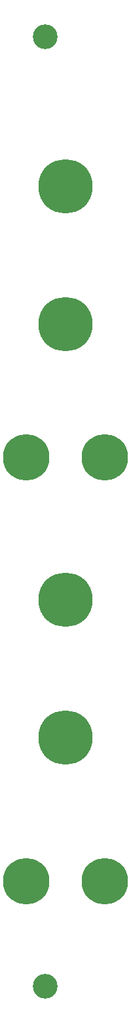
<source format=gbr>
G04 #@! TF.GenerationSoftware,KiCad,Pcbnew,5.1.10-1.fc33*
G04 #@! TF.CreationDate,2021-06-23T21:52:56-04:00*
G04 #@! TF.ProjectId,offsetAttenuverterface,6f666673-6574-4417-9474-656e75766572,rev?*
G04 #@! TF.SameCoordinates,Original*
G04 #@! TF.FileFunction,Soldermask,Bot*
G04 #@! TF.FilePolarity,Negative*
%FSLAX46Y46*%
G04 Gerber Fmt 4.6, Leading zero omitted, Abs format (unit mm)*
G04 Created by KiCad (PCBNEW 5.1.10-1.fc33) date 2021-06-23 21:52:56*
%MOMM*%
%LPD*%
G01*
G04 APERTURE LIST*
%ADD10C,7.000000*%
%ADD11C,6.000000*%
%ADD12C,3.200000*%
G04 APERTURE END LIST*
D10*
G04 #@! TO.C,REF\u002A\u002A*
X35560000Y-55880000D03*
G04 #@! TD*
G04 #@! TO.C,REF\u002A\u002A*
X35560000Y-73660000D03*
G04 #@! TD*
G04 #@! TO.C,REF\u002A\u002A*
X35560000Y-109220000D03*
G04 #@! TD*
G04 #@! TO.C,REF\u002A\u002A*
X35560000Y-127000000D03*
G04 #@! TD*
D11*
G04 #@! TO.C,REF\u002A\u002A*
X40640000Y-90805000D03*
G04 #@! TD*
G04 #@! TO.C,REF\u002A\u002A*
X30480000Y-90805000D03*
G04 #@! TD*
G04 #@! TO.C,REF\u002A\u002A*
X40640000Y-145542000D03*
G04 #@! TD*
G04 #@! TO.C,REF\u002A\u002A*
X30480000Y-145542000D03*
G04 #@! TD*
D12*
G04 #@! TO.C,REF\u002A\u002A*
X32930000Y-36570000D03*
G04 #@! TD*
G04 #@! TO.C,REF\u002A\u002A*
X32900000Y-159054800D03*
G04 #@! TD*
M02*

</source>
